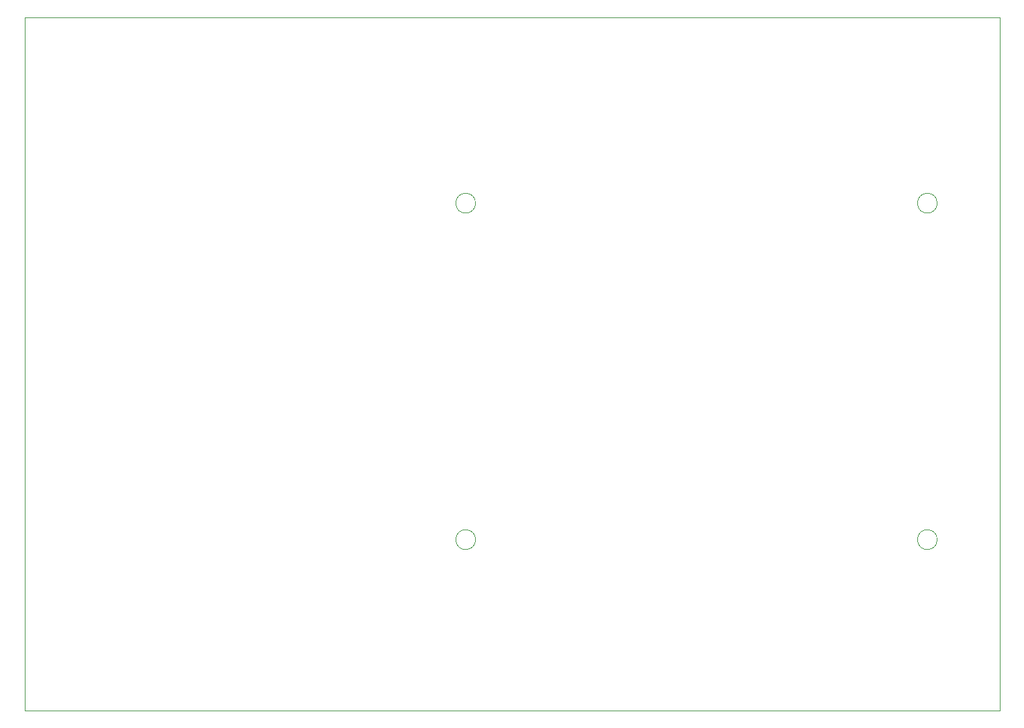
<source format=gbr>
%TF.GenerationSoftware,KiCad,Pcbnew,8.0.6*%
%TF.CreationDate,2024-12-11T15:10:48+01:00*%
%TF.ProjectId,fastLOGIC,66617374-4c4f-4474-9943-2e6b69636164,rev?*%
%TF.SameCoordinates,Original*%
%TF.FileFunction,Profile,NP*%
%FSLAX46Y46*%
G04 Gerber Fmt 4.6, Leading zero omitted, Abs format (unit mm)*
G04 Created by KiCad (PCBNEW 8.0.6) date 2024-12-11 15:10:48*
%MOMM*%
%LPD*%
G01*
G04 APERTURE LIST*
%TA.AperFunction,Profile*%
%ADD10C,0.100000*%
%TD*%
G04 APERTURE END LIST*
D10*
X145000000Y-37500000D02*
X268000000Y-37500000D01*
X268000000Y-125000000D01*
X145000000Y-125000000D01*
X145000000Y-37500000D01*
%TO.C,J10*%
X201875000Y-60949200D02*
G75*
G02*
X199375000Y-60949200I-1250000J0D01*
G01*
X199375000Y-60949200D02*
G75*
G02*
X201875000Y-60949200I1250000J0D01*
G01*
X201875000Y-103449200D02*
G75*
G02*
X199375000Y-103449200I-1250000J0D01*
G01*
X199375000Y-103449200D02*
G75*
G02*
X201875000Y-103449200I1250000J0D01*
G01*
X260125000Y-60949200D02*
G75*
G02*
X257625000Y-60949200I-1250000J0D01*
G01*
X257625000Y-60949200D02*
G75*
G02*
X260125000Y-60949200I1250000J0D01*
G01*
X260125000Y-103449200D02*
G75*
G02*
X257625000Y-103449200I-1250000J0D01*
G01*
X257625000Y-103449200D02*
G75*
G02*
X260125000Y-103449200I1250000J0D01*
G01*
%TD*%
M02*

</source>
